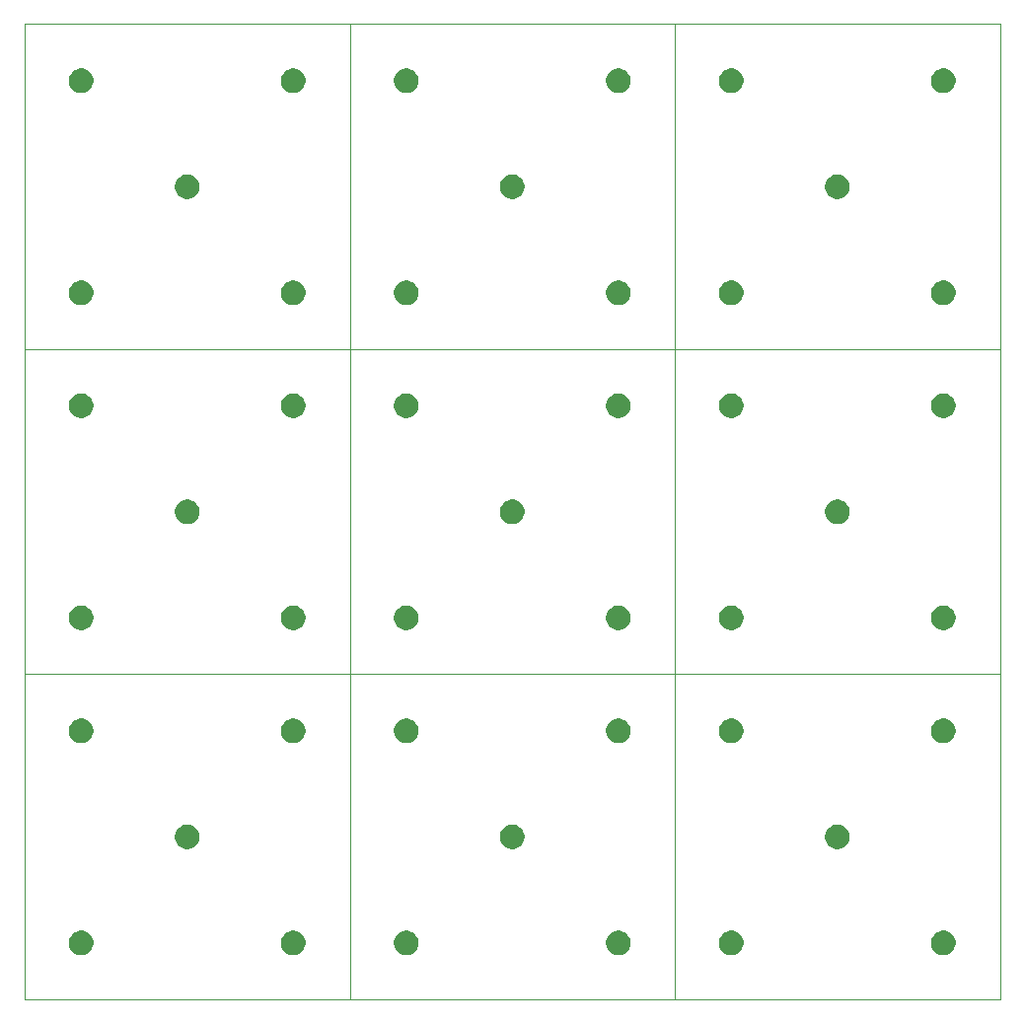
<source format=gbr>
G04 #@! TF.GenerationSoftware,KiCad,Pcbnew,5.1.5+dfsg1-2build2*
G04 #@! TF.CreationDate,2022-03-05T22:13:21-05:00*
G04 #@! TF.ProjectId,,58585858-5858-4585-9858-585858585858,rev?*
G04 #@! TF.SameCoordinates,Original*
G04 #@! TF.FileFunction,Soldermask,Bot*
G04 #@! TF.FilePolarity,Negative*
%FSLAX46Y46*%
G04 Gerber Fmt 4.6, Leading zero omitted, Abs format (unit mm)*
G04 Created by KiCad (PCBNEW 5.1.5+dfsg1-2build2) date 2022-03-05 22:13:21*
%MOMM*%
%LPD*%
G04 APERTURE LIST*
%ADD10C,0.050000*%
%ADD11C,0.100000*%
G04 APERTURE END LIST*
D10*
X150427800Y-108121560D02*
X150427800Y-136021560D01*
X122527800Y-108121560D02*
X122527800Y-136021560D01*
X94627800Y-108121560D02*
X94627800Y-136021560D01*
X150427800Y-80221560D02*
X150427800Y-108121560D01*
X122527800Y-80221560D02*
X122527800Y-108121560D01*
X94627800Y-80221560D02*
X94627800Y-108121560D01*
X150427800Y-52321560D02*
X150427800Y-80221560D01*
X122527800Y-52321560D02*
X122527800Y-80221560D01*
X150427800Y-136021560D02*
X178327800Y-136021560D01*
X122527800Y-136021560D02*
X150427800Y-136021560D01*
X94627800Y-136021560D02*
X122527800Y-136021560D01*
X150427800Y-108121560D02*
X178327800Y-108121560D01*
X122527800Y-108121560D02*
X150427800Y-108121560D01*
X94627800Y-108121560D02*
X122527800Y-108121560D01*
X150427800Y-80221560D02*
X178327800Y-80221560D01*
X122527800Y-80221560D02*
X150427800Y-80221560D01*
X178327800Y-108121560D02*
X178327800Y-136021560D01*
X150427800Y-108121560D02*
X150427800Y-136021560D01*
X122527800Y-108121560D02*
X122527800Y-136021560D01*
X178327800Y-80221560D02*
X178327800Y-108121560D01*
X150427800Y-80221560D02*
X150427800Y-108121560D01*
X122527800Y-80221560D02*
X122527800Y-108121560D01*
X178327800Y-52321560D02*
X178327800Y-80221560D01*
X150427800Y-52321560D02*
X150427800Y-80221560D01*
X150427800Y-108121560D02*
X178327800Y-108121560D01*
X122527800Y-108121560D02*
X150427800Y-108121560D01*
X94627800Y-108121560D02*
X122527800Y-108121560D01*
X150427800Y-80221560D02*
X178327800Y-80221560D01*
X122527800Y-80221560D02*
X150427800Y-80221560D01*
X94627800Y-80221560D02*
X122527800Y-80221560D01*
X150427800Y-52321560D02*
X178327800Y-52321560D01*
X122527800Y-52321560D02*
X150427800Y-52321560D01*
X94627800Y-80221560D02*
X122527800Y-80221560D01*
X122527800Y-52321560D02*
X122527800Y-80221560D01*
X94627800Y-52321560D02*
X122527800Y-52321560D01*
X94627800Y-52321560D02*
X94627800Y-80221560D01*
D11*
G36*
X145884216Y-130161439D02*
G01*
X146075392Y-130240627D01*
X146075394Y-130240628D01*
X146247448Y-130355591D01*
X146393769Y-130501912D01*
X146508733Y-130673968D01*
X146587921Y-130865144D01*
X146628290Y-131068094D01*
X146628290Y-131275026D01*
X146587921Y-131477976D01*
X146508733Y-131669152D01*
X146508732Y-131669154D01*
X146393769Y-131841208D01*
X146247448Y-131987529D01*
X146075394Y-132102492D01*
X146075393Y-132102493D01*
X146075392Y-132102493D01*
X145884216Y-132181681D01*
X145681266Y-132222050D01*
X145474334Y-132222050D01*
X145271384Y-132181681D01*
X145080208Y-132102493D01*
X145080207Y-132102493D01*
X145080206Y-132102492D01*
X144908152Y-131987529D01*
X144761831Y-131841208D01*
X144646868Y-131669154D01*
X144646867Y-131669152D01*
X144567679Y-131477976D01*
X144527310Y-131275026D01*
X144527310Y-131068094D01*
X144567679Y-130865144D01*
X144646867Y-130673968D01*
X144761831Y-130501912D01*
X144908152Y-130355591D01*
X145080206Y-130240628D01*
X145080208Y-130240627D01*
X145271384Y-130161439D01*
X145474334Y-130121070D01*
X145681266Y-130121070D01*
X145884216Y-130161439D01*
G37*
G36*
X155584216Y-130161439D02*
G01*
X155775392Y-130240627D01*
X155775394Y-130240628D01*
X155947448Y-130355591D01*
X156093769Y-130501912D01*
X156208733Y-130673968D01*
X156287921Y-130865144D01*
X156328290Y-131068094D01*
X156328290Y-131275026D01*
X156287921Y-131477976D01*
X156208733Y-131669152D01*
X156208732Y-131669154D01*
X156093769Y-131841208D01*
X155947448Y-131987529D01*
X155775394Y-132102492D01*
X155775393Y-132102493D01*
X155775392Y-132102493D01*
X155584216Y-132181681D01*
X155381266Y-132222050D01*
X155174334Y-132222050D01*
X154971384Y-132181681D01*
X154780208Y-132102493D01*
X154780207Y-132102493D01*
X154780206Y-132102492D01*
X154608152Y-131987529D01*
X154461831Y-131841208D01*
X154346868Y-131669154D01*
X154346867Y-131669152D01*
X154267679Y-131477976D01*
X154227310Y-131275026D01*
X154227310Y-131068094D01*
X154267679Y-130865144D01*
X154346867Y-130673968D01*
X154461831Y-130501912D01*
X154608152Y-130355591D01*
X154780206Y-130240628D01*
X154780208Y-130240627D01*
X154971384Y-130161439D01*
X155174334Y-130121070D01*
X155381266Y-130121070D01*
X155584216Y-130161439D01*
G37*
G36*
X173784216Y-130161439D02*
G01*
X173975392Y-130240627D01*
X173975394Y-130240628D01*
X174147448Y-130355591D01*
X174293769Y-130501912D01*
X174408733Y-130673968D01*
X174487921Y-130865144D01*
X174528290Y-131068094D01*
X174528290Y-131275026D01*
X174487921Y-131477976D01*
X174408733Y-131669152D01*
X174408732Y-131669154D01*
X174293769Y-131841208D01*
X174147448Y-131987529D01*
X173975394Y-132102492D01*
X173975393Y-132102493D01*
X173975392Y-132102493D01*
X173784216Y-132181681D01*
X173581266Y-132222050D01*
X173374334Y-132222050D01*
X173171384Y-132181681D01*
X172980208Y-132102493D01*
X172980207Y-132102493D01*
X172980206Y-132102492D01*
X172808152Y-131987529D01*
X172661831Y-131841208D01*
X172546868Y-131669154D01*
X172546867Y-131669152D01*
X172467679Y-131477976D01*
X172427310Y-131275026D01*
X172427310Y-131068094D01*
X172467679Y-130865144D01*
X172546867Y-130673968D01*
X172661831Y-130501912D01*
X172808152Y-130355591D01*
X172980206Y-130240628D01*
X172980208Y-130240627D01*
X173171384Y-130161439D01*
X173374334Y-130121070D01*
X173581266Y-130121070D01*
X173784216Y-130161439D01*
G37*
G36*
X99784216Y-130161439D02*
G01*
X99975392Y-130240627D01*
X99975394Y-130240628D01*
X100147448Y-130355591D01*
X100293769Y-130501912D01*
X100408733Y-130673968D01*
X100487921Y-130865144D01*
X100528290Y-131068094D01*
X100528290Y-131275026D01*
X100487921Y-131477976D01*
X100408733Y-131669152D01*
X100408732Y-131669154D01*
X100293769Y-131841208D01*
X100147448Y-131987529D01*
X99975394Y-132102492D01*
X99975393Y-132102493D01*
X99975392Y-132102493D01*
X99784216Y-132181681D01*
X99581266Y-132222050D01*
X99374334Y-132222050D01*
X99171384Y-132181681D01*
X98980208Y-132102493D01*
X98980207Y-132102493D01*
X98980206Y-132102492D01*
X98808152Y-131987529D01*
X98661831Y-131841208D01*
X98546868Y-131669154D01*
X98546867Y-131669152D01*
X98467679Y-131477976D01*
X98427310Y-131275026D01*
X98427310Y-131068094D01*
X98467679Y-130865144D01*
X98546867Y-130673968D01*
X98661831Y-130501912D01*
X98808152Y-130355591D01*
X98980206Y-130240628D01*
X98980208Y-130240627D01*
X99171384Y-130161439D01*
X99374334Y-130121070D01*
X99581266Y-130121070D01*
X99784216Y-130161439D01*
G37*
G36*
X127684216Y-130161439D02*
G01*
X127875392Y-130240627D01*
X127875394Y-130240628D01*
X128047448Y-130355591D01*
X128193769Y-130501912D01*
X128308733Y-130673968D01*
X128387921Y-130865144D01*
X128428290Y-131068094D01*
X128428290Y-131275026D01*
X128387921Y-131477976D01*
X128308733Y-131669152D01*
X128308732Y-131669154D01*
X128193769Y-131841208D01*
X128047448Y-131987529D01*
X127875394Y-132102492D01*
X127875393Y-132102493D01*
X127875392Y-132102493D01*
X127684216Y-132181681D01*
X127481266Y-132222050D01*
X127274334Y-132222050D01*
X127071384Y-132181681D01*
X126880208Y-132102493D01*
X126880207Y-132102493D01*
X126880206Y-132102492D01*
X126708152Y-131987529D01*
X126561831Y-131841208D01*
X126446868Y-131669154D01*
X126446867Y-131669152D01*
X126367679Y-131477976D01*
X126327310Y-131275026D01*
X126327310Y-131068094D01*
X126367679Y-130865144D01*
X126446867Y-130673968D01*
X126561831Y-130501912D01*
X126708152Y-130355591D01*
X126880206Y-130240628D01*
X126880208Y-130240627D01*
X127071384Y-130161439D01*
X127274334Y-130121070D01*
X127481266Y-130121070D01*
X127684216Y-130161439D01*
G37*
G36*
X117984216Y-130161439D02*
G01*
X118175392Y-130240627D01*
X118175394Y-130240628D01*
X118347448Y-130355591D01*
X118493769Y-130501912D01*
X118608733Y-130673968D01*
X118687921Y-130865144D01*
X118728290Y-131068094D01*
X118728290Y-131275026D01*
X118687921Y-131477976D01*
X118608733Y-131669152D01*
X118608732Y-131669154D01*
X118493769Y-131841208D01*
X118347448Y-131987529D01*
X118175394Y-132102492D01*
X118175393Y-132102493D01*
X118175392Y-132102493D01*
X117984216Y-132181681D01*
X117781266Y-132222050D01*
X117574334Y-132222050D01*
X117371384Y-132181681D01*
X117180208Y-132102493D01*
X117180207Y-132102493D01*
X117180206Y-132102492D01*
X117008152Y-131987529D01*
X116861831Y-131841208D01*
X116746868Y-131669154D01*
X116746867Y-131669152D01*
X116667679Y-131477976D01*
X116627310Y-131275026D01*
X116627310Y-131068094D01*
X116667679Y-130865144D01*
X116746867Y-130673968D01*
X116861831Y-130501912D01*
X117008152Y-130355591D01*
X117180206Y-130240628D01*
X117180208Y-130240627D01*
X117371384Y-130161439D01*
X117574334Y-130121070D01*
X117781266Y-130121070D01*
X117984216Y-130161439D01*
G37*
G36*
X164684216Y-121061439D02*
G01*
X164875392Y-121140627D01*
X164875394Y-121140628D01*
X165047448Y-121255591D01*
X165193769Y-121401912D01*
X165308733Y-121573968D01*
X165387921Y-121765144D01*
X165428290Y-121968094D01*
X165428290Y-122175026D01*
X165387921Y-122377976D01*
X165308733Y-122569152D01*
X165308732Y-122569154D01*
X165193769Y-122741208D01*
X165047448Y-122887529D01*
X164875394Y-123002492D01*
X164875393Y-123002493D01*
X164875392Y-123002493D01*
X164684216Y-123081681D01*
X164481266Y-123122050D01*
X164274334Y-123122050D01*
X164071384Y-123081681D01*
X163880208Y-123002493D01*
X163880207Y-123002493D01*
X163880206Y-123002492D01*
X163708152Y-122887529D01*
X163561831Y-122741208D01*
X163446868Y-122569154D01*
X163446867Y-122569152D01*
X163367679Y-122377976D01*
X163327310Y-122175026D01*
X163327310Y-121968094D01*
X163367679Y-121765144D01*
X163446867Y-121573968D01*
X163561831Y-121401912D01*
X163708152Y-121255591D01*
X163880206Y-121140628D01*
X163880208Y-121140627D01*
X164071384Y-121061439D01*
X164274334Y-121021070D01*
X164481266Y-121021070D01*
X164684216Y-121061439D01*
G37*
G36*
X108884216Y-121061439D02*
G01*
X109075392Y-121140627D01*
X109075394Y-121140628D01*
X109247448Y-121255591D01*
X109393769Y-121401912D01*
X109508733Y-121573968D01*
X109587921Y-121765144D01*
X109628290Y-121968094D01*
X109628290Y-122175026D01*
X109587921Y-122377976D01*
X109508733Y-122569152D01*
X109508732Y-122569154D01*
X109393769Y-122741208D01*
X109247448Y-122887529D01*
X109075394Y-123002492D01*
X109075393Y-123002493D01*
X109075392Y-123002493D01*
X108884216Y-123081681D01*
X108681266Y-123122050D01*
X108474334Y-123122050D01*
X108271384Y-123081681D01*
X108080208Y-123002493D01*
X108080207Y-123002493D01*
X108080206Y-123002492D01*
X107908152Y-122887529D01*
X107761831Y-122741208D01*
X107646868Y-122569154D01*
X107646867Y-122569152D01*
X107567679Y-122377976D01*
X107527310Y-122175026D01*
X107527310Y-121968094D01*
X107567679Y-121765144D01*
X107646867Y-121573968D01*
X107761831Y-121401912D01*
X107908152Y-121255591D01*
X108080206Y-121140628D01*
X108080208Y-121140627D01*
X108271384Y-121061439D01*
X108474334Y-121021070D01*
X108681266Y-121021070D01*
X108884216Y-121061439D01*
G37*
G36*
X136784216Y-121061439D02*
G01*
X136975392Y-121140627D01*
X136975394Y-121140628D01*
X137147448Y-121255591D01*
X137293769Y-121401912D01*
X137408733Y-121573968D01*
X137487921Y-121765144D01*
X137528290Y-121968094D01*
X137528290Y-122175026D01*
X137487921Y-122377976D01*
X137408733Y-122569152D01*
X137408732Y-122569154D01*
X137293769Y-122741208D01*
X137147448Y-122887529D01*
X136975394Y-123002492D01*
X136975393Y-123002493D01*
X136975392Y-123002493D01*
X136784216Y-123081681D01*
X136581266Y-123122050D01*
X136374334Y-123122050D01*
X136171384Y-123081681D01*
X135980208Y-123002493D01*
X135980207Y-123002493D01*
X135980206Y-123002492D01*
X135808152Y-122887529D01*
X135661831Y-122741208D01*
X135546868Y-122569154D01*
X135546867Y-122569152D01*
X135467679Y-122377976D01*
X135427310Y-122175026D01*
X135427310Y-121968094D01*
X135467679Y-121765144D01*
X135546867Y-121573968D01*
X135661831Y-121401912D01*
X135808152Y-121255591D01*
X135980206Y-121140628D01*
X135980208Y-121140627D01*
X136171384Y-121061439D01*
X136374334Y-121021070D01*
X136581266Y-121021070D01*
X136784216Y-121061439D01*
G37*
G36*
X173784216Y-111961439D02*
G01*
X173975392Y-112040627D01*
X173975394Y-112040628D01*
X174147448Y-112155591D01*
X174293769Y-112301912D01*
X174408733Y-112473968D01*
X174487921Y-112665144D01*
X174528290Y-112868094D01*
X174528290Y-113075026D01*
X174487921Y-113277976D01*
X174408733Y-113469152D01*
X174408732Y-113469154D01*
X174293769Y-113641208D01*
X174147448Y-113787529D01*
X173975394Y-113902492D01*
X173975393Y-113902493D01*
X173975392Y-113902493D01*
X173784216Y-113981681D01*
X173581266Y-114022050D01*
X173374334Y-114022050D01*
X173171384Y-113981681D01*
X172980208Y-113902493D01*
X172980207Y-113902493D01*
X172980206Y-113902492D01*
X172808152Y-113787529D01*
X172661831Y-113641208D01*
X172546868Y-113469154D01*
X172546867Y-113469152D01*
X172467679Y-113277976D01*
X172427310Y-113075026D01*
X172427310Y-112868094D01*
X172467679Y-112665144D01*
X172546867Y-112473968D01*
X172661831Y-112301912D01*
X172808152Y-112155591D01*
X172980206Y-112040628D01*
X172980208Y-112040627D01*
X173171384Y-111961439D01*
X173374334Y-111921070D01*
X173581266Y-111921070D01*
X173784216Y-111961439D01*
G37*
G36*
X155584216Y-111961439D02*
G01*
X155775392Y-112040627D01*
X155775394Y-112040628D01*
X155947448Y-112155591D01*
X156093769Y-112301912D01*
X156208733Y-112473968D01*
X156287921Y-112665144D01*
X156328290Y-112868094D01*
X156328290Y-113075026D01*
X156287921Y-113277976D01*
X156208733Y-113469152D01*
X156208732Y-113469154D01*
X156093769Y-113641208D01*
X155947448Y-113787529D01*
X155775394Y-113902492D01*
X155775393Y-113902493D01*
X155775392Y-113902493D01*
X155584216Y-113981681D01*
X155381266Y-114022050D01*
X155174334Y-114022050D01*
X154971384Y-113981681D01*
X154780208Y-113902493D01*
X154780207Y-113902493D01*
X154780206Y-113902492D01*
X154608152Y-113787529D01*
X154461831Y-113641208D01*
X154346868Y-113469154D01*
X154346867Y-113469152D01*
X154267679Y-113277976D01*
X154227310Y-113075026D01*
X154227310Y-112868094D01*
X154267679Y-112665144D01*
X154346867Y-112473968D01*
X154461831Y-112301912D01*
X154608152Y-112155591D01*
X154780206Y-112040628D01*
X154780208Y-112040627D01*
X154971384Y-111961439D01*
X155174334Y-111921070D01*
X155381266Y-111921070D01*
X155584216Y-111961439D01*
G37*
G36*
X145884216Y-111961439D02*
G01*
X146075392Y-112040627D01*
X146075394Y-112040628D01*
X146247448Y-112155591D01*
X146393769Y-112301912D01*
X146508733Y-112473968D01*
X146587921Y-112665144D01*
X146628290Y-112868094D01*
X146628290Y-113075026D01*
X146587921Y-113277976D01*
X146508733Y-113469152D01*
X146508732Y-113469154D01*
X146393769Y-113641208D01*
X146247448Y-113787529D01*
X146075394Y-113902492D01*
X146075393Y-113902493D01*
X146075392Y-113902493D01*
X145884216Y-113981681D01*
X145681266Y-114022050D01*
X145474334Y-114022050D01*
X145271384Y-113981681D01*
X145080208Y-113902493D01*
X145080207Y-113902493D01*
X145080206Y-113902492D01*
X144908152Y-113787529D01*
X144761831Y-113641208D01*
X144646868Y-113469154D01*
X144646867Y-113469152D01*
X144567679Y-113277976D01*
X144527310Y-113075026D01*
X144527310Y-112868094D01*
X144567679Y-112665144D01*
X144646867Y-112473968D01*
X144761831Y-112301912D01*
X144908152Y-112155591D01*
X145080206Y-112040628D01*
X145080208Y-112040627D01*
X145271384Y-111961439D01*
X145474334Y-111921070D01*
X145681266Y-111921070D01*
X145884216Y-111961439D01*
G37*
G36*
X117984216Y-111961439D02*
G01*
X118175392Y-112040627D01*
X118175394Y-112040628D01*
X118347448Y-112155591D01*
X118493769Y-112301912D01*
X118608733Y-112473968D01*
X118687921Y-112665144D01*
X118728290Y-112868094D01*
X118728290Y-113075026D01*
X118687921Y-113277976D01*
X118608733Y-113469152D01*
X118608732Y-113469154D01*
X118493769Y-113641208D01*
X118347448Y-113787529D01*
X118175394Y-113902492D01*
X118175393Y-113902493D01*
X118175392Y-113902493D01*
X117984216Y-113981681D01*
X117781266Y-114022050D01*
X117574334Y-114022050D01*
X117371384Y-113981681D01*
X117180208Y-113902493D01*
X117180207Y-113902493D01*
X117180206Y-113902492D01*
X117008152Y-113787529D01*
X116861831Y-113641208D01*
X116746868Y-113469154D01*
X116746867Y-113469152D01*
X116667679Y-113277976D01*
X116627310Y-113075026D01*
X116627310Y-112868094D01*
X116667679Y-112665144D01*
X116746867Y-112473968D01*
X116861831Y-112301912D01*
X117008152Y-112155591D01*
X117180206Y-112040628D01*
X117180208Y-112040627D01*
X117371384Y-111961439D01*
X117574334Y-111921070D01*
X117781266Y-111921070D01*
X117984216Y-111961439D01*
G37*
G36*
X127684216Y-111961439D02*
G01*
X127875392Y-112040627D01*
X127875394Y-112040628D01*
X128047448Y-112155591D01*
X128193769Y-112301912D01*
X128308733Y-112473968D01*
X128387921Y-112665144D01*
X128428290Y-112868094D01*
X128428290Y-113075026D01*
X128387921Y-113277976D01*
X128308733Y-113469152D01*
X128308732Y-113469154D01*
X128193769Y-113641208D01*
X128047448Y-113787529D01*
X127875394Y-113902492D01*
X127875393Y-113902493D01*
X127875392Y-113902493D01*
X127684216Y-113981681D01*
X127481266Y-114022050D01*
X127274334Y-114022050D01*
X127071384Y-113981681D01*
X126880208Y-113902493D01*
X126880207Y-113902493D01*
X126880206Y-113902492D01*
X126708152Y-113787529D01*
X126561831Y-113641208D01*
X126446868Y-113469154D01*
X126446867Y-113469152D01*
X126367679Y-113277976D01*
X126327310Y-113075026D01*
X126327310Y-112868094D01*
X126367679Y-112665144D01*
X126446867Y-112473968D01*
X126561831Y-112301912D01*
X126708152Y-112155591D01*
X126880206Y-112040628D01*
X126880208Y-112040627D01*
X127071384Y-111961439D01*
X127274334Y-111921070D01*
X127481266Y-111921070D01*
X127684216Y-111961439D01*
G37*
G36*
X99784216Y-111961439D02*
G01*
X99975392Y-112040627D01*
X99975394Y-112040628D01*
X100147448Y-112155591D01*
X100293769Y-112301912D01*
X100408733Y-112473968D01*
X100487921Y-112665144D01*
X100528290Y-112868094D01*
X100528290Y-113075026D01*
X100487921Y-113277976D01*
X100408733Y-113469152D01*
X100408732Y-113469154D01*
X100293769Y-113641208D01*
X100147448Y-113787529D01*
X99975394Y-113902492D01*
X99975393Y-113902493D01*
X99975392Y-113902493D01*
X99784216Y-113981681D01*
X99581266Y-114022050D01*
X99374334Y-114022050D01*
X99171384Y-113981681D01*
X98980208Y-113902493D01*
X98980207Y-113902493D01*
X98980206Y-113902492D01*
X98808152Y-113787529D01*
X98661831Y-113641208D01*
X98546868Y-113469154D01*
X98546867Y-113469152D01*
X98467679Y-113277976D01*
X98427310Y-113075026D01*
X98427310Y-112868094D01*
X98467679Y-112665144D01*
X98546867Y-112473968D01*
X98661831Y-112301912D01*
X98808152Y-112155591D01*
X98980206Y-112040628D01*
X98980208Y-112040627D01*
X99171384Y-111961439D01*
X99374334Y-111921070D01*
X99581266Y-111921070D01*
X99784216Y-111961439D01*
G37*
G36*
X155584216Y-102261439D02*
G01*
X155775392Y-102340627D01*
X155775394Y-102340628D01*
X155947448Y-102455591D01*
X156093769Y-102601912D01*
X156208733Y-102773968D01*
X156287921Y-102965144D01*
X156328290Y-103168094D01*
X156328290Y-103375026D01*
X156287921Y-103577976D01*
X156208733Y-103769152D01*
X156208732Y-103769154D01*
X156093769Y-103941208D01*
X155947448Y-104087529D01*
X155775394Y-104202492D01*
X155775393Y-104202493D01*
X155775392Y-104202493D01*
X155584216Y-104281681D01*
X155381266Y-104322050D01*
X155174334Y-104322050D01*
X154971384Y-104281681D01*
X154780208Y-104202493D01*
X154780207Y-104202493D01*
X154780206Y-104202492D01*
X154608152Y-104087529D01*
X154461831Y-103941208D01*
X154346868Y-103769154D01*
X154346867Y-103769152D01*
X154267679Y-103577976D01*
X154227310Y-103375026D01*
X154227310Y-103168094D01*
X154267679Y-102965144D01*
X154346867Y-102773968D01*
X154461831Y-102601912D01*
X154608152Y-102455591D01*
X154780206Y-102340628D01*
X154780208Y-102340627D01*
X154971384Y-102261439D01*
X155174334Y-102221070D01*
X155381266Y-102221070D01*
X155584216Y-102261439D01*
G37*
G36*
X173784216Y-102261439D02*
G01*
X173975392Y-102340627D01*
X173975394Y-102340628D01*
X174147448Y-102455591D01*
X174293769Y-102601912D01*
X174408733Y-102773968D01*
X174487921Y-102965144D01*
X174528290Y-103168094D01*
X174528290Y-103375026D01*
X174487921Y-103577976D01*
X174408733Y-103769152D01*
X174408732Y-103769154D01*
X174293769Y-103941208D01*
X174147448Y-104087529D01*
X173975394Y-104202492D01*
X173975393Y-104202493D01*
X173975392Y-104202493D01*
X173784216Y-104281681D01*
X173581266Y-104322050D01*
X173374334Y-104322050D01*
X173171384Y-104281681D01*
X172980208Y-104202493D01*
X172980207Y-104202493D01*
X172980206Y-104202492D01*
X172808152Y-104087529D01*
X172661831Y-103941208D01*
X172546868Y-103769154D01*
X172546867Y-103769152D01*
X172467679Y-103577976D01*
X172427310Y-103375026D01*
X172427310Y-103168094D01*
X172467679Y-102965144D01*
X172546867Y-102773968D01*
X172661831Y-102601912D01*
X172808152Y-102455591D01*
X172980206Y-102340628D01*
X172980208Y-102340627D01*
X173171384Y-102261439D01*
X173374334Y-102221070D01*
X173581266Y-102221070D01*
X173784216Y-102261439D01*
G37*
G36*
X145884216Y-102261439D02*
G01*
X146075392Y-102340627D01*
X146075394Y-102340628D01*
X146247448Y-102455591D01*
X146393769Y-102601912D01*
X146508733Y-102773968D01*
X146587921Y-102965144D01*
X146628290Y-103168094D01*
X146628290Y-103375026D01*
X146587921Y-103577976D01*
X146508733Y-103769152D01*
X146508732Y-103769154D01*
X146393769Y-103941208D01*
X146247448Y-104087529D01*
X146075394Y-104202492D01*
X146075393Y-104202493D01*
X146075392Y-104202493D01*
X145884216Y-104281681D01*
X145681266Y-104322050D01*
X145474334Y-104322050D01*
X145271384Y-104281681D01*
X145080208Y-104202493D01*
X145080207Y-104202493D01*
X145080206Y-104202492D01*
X144908152Y-104087529D01*
X144761831Y-103941208D01*
X144646868Y-103769154D01*
X144646867Y-103769152D01*
X144567679Y-103577976D01*
X144527310Y-103375026D01*
X144527310Y-103168094D01*
X144567679Y-102965144D01*
X144646867Y-102773968D01*
X144761831Y-102601912D01*
X144908152Y-102455591D01*
X145080206Y-102340628D01*
X145080208Y-102340627D01*
X145271384Y-102261439D01*
X145474334Y-102221070D01*
X145681266Y-102221070D01*
X145884216Y-102261439D01*
G37*
G36*
X127684216Y-102261439D02*
G01*
X127875392Y-102340627D01*
X127875394Y-102340628D01*
X128047448Y-102455591D01*
X128193769Y-102601912D01*
X128308733Y-102773968D01*
X128387921Y-102965144D01*
X128428290Y-103168094D01*
X128428290Y-103375026D01*
X128387921Y-103577976D01*
X128308733Y-103769152D01*
X128308732Y-103769154D01*
X128193769Y-103941208D01*
X128047448Y-104087529D01*
X127875394Y-104202492D01*
X127875393Y-104202493D01*
X127875392Y-104202493D01*
X127684216Y-104281681D01*
X127481266Y-104322050D01*
X127274334Y-104322050D01*
X127071384Y-104281681D01*
X126880208Y-104202493D01*
X126880207Y-104202493D01*
X126880206Y-104202492D01*
X126708152Y-104087529D01*
X126561831Y-103941208D01*
X126446868Y-103769154D01*
X126446867Y-103769152D01*
X126367679Y-103577976D01*
X126327310Y-103375026D01*
X126327310Y-103168094D01*
X126367679Y-102965144D01*
X126446867Y-102773968D01*
X126561831Y-102601912D01*
X126708152Y-102455591D01*
X126880206Y-102340628D01*
X126880208Y-102340627D01*
X127071384Y-102261439D01*
X127274334Y-102221070D01*
X127481266Y-102221070D01*
X127684216Y-102261439D01*
G37*
G36*
X99784216Y-102261439D02*
G01*
X99975392Y-102340627D01*
X99975394Y-102340628D01*
X100147448Y-102455591D01*
X100293769Y-102601912D01*
X100408733Y-102773968D01*
X100487921Y-102965144D01*
X100528290Y-103168094D01*
X100528290Y-103375026D01*
X100487921Y-103577976D01*
X100408733Y-103769152D01*
X100408732Y-103769154D01*
X100293769Y-103941208D01*
X100147448Y-104087529D01*
X99975394Y-104202492D01*
X99975393Y-104202493D01*
X99975392Y-104202493D01*
X99784216Y-104281681D01*
X99581266Y-104322050D01*
X99374334Y-104322050D01*
X99171384Y-104281681D01*
X98980208Y-104202493D01*
X98980207Y-104202493D01*
X98980206Y-104202492D01*
X98808152Y-104087529D01*
X98661831Y-103941208D01*
X98546868Y-103769154D01*
X98546867Y-103769152D01*
X98467679Y-103577976D01*
X98427310Y-103375026D01*
X98427310Y-103168094D01*
X98467679Y-102965144D01*
X98546867Y-102773968D01*
X98661831Y-102601912D01*
X98808152Y-102455591D01*
X98980206Y-102340628D01*
X98980208Y-102340627D01*
X99171384Y-102261439D01*
X99374334Y-102221070D01*
X99581266Y-102221070D01*
X99784216Y-102261439D01*
G37*
G36*
X117984216Y-102261439D02*
G01*
X118175392Y-102340627D01*
X118175394Y-102340628D01*
X118347448Y-102455591D01*
X118493769Y-102601912D01*
X118608733Y-102773968D01*
X118687921Y-102965144D01*
X118728290Y-103168094D01*
X118728290Y-103375026D01*
X118687921Y-103577976D01*
X118608733Y-103769152D01*
X118608732Y-103769154D01*
X118493769Y-103941208D01*
X118347448Y-104087529D01*
X118175394Y-104202492D01*
X118175393Y-104202493D01*
X118175392Y-104202493D01*
X117984216Y-104281681D01*
X117781266Y-104322050D01*
X117574334Y-104322050D01*
X117371384Y-104281681D01*
X117180208Y-104202493D01*
X117180207Y-104202493D01*
X117180206Y-104202492D01*
X117008152Y-104087529D01*
X116861831Y-103941208D01*
X116746868Y-103769154D01*
X116746867Y-103769152D01*
X116667679Y-103577976D01*
X116627310Y-103375026D01*
X116627310Y-103168094D01*
X116667679Y-102965144D01*
X116746867Y-102773968D01*
X116861831Y-102601912D01*
X117008152Y-102455591D01*
X117180206Y-102340628D01*
X117180208Y-102340627D01*
X117371384Y-102261439D01*
X117574334Y-102221070D01*
X117781266Y-102221070D01*
X117984216Y-102261439D01*
G37*
G36*
X136784216Y-93161439D02*
G01*
X136975392Y-93240627D01*
X136975394Y-93240628D01*
X137147448Y-93355591D01*
X137293769Y-93501912D01*
X137408733Y-93673968D01*
X137487921Y-93865144D01*
X137528290Y-94068094D01*
X137528290Y-94275026D01*
X137487921Y-94477976D01*
X137408733Y-94669152D01*
X137408732Y-94669154D01*
X137293769Y-94841208D01*
X137147448Y-94987529D01*
X136975394Y-95102492D01*
X136975393Y-95102493D01*
X136975392Y-95102493D01*
X136784216Y-95181681D01*
X136581266Y-95222050D01*
X136374334Y-95222050D01*
X136171384Y-95181681D01*
X135980208Y-95102493D01*
X135980207Y-95102493D01*
X135980206Y-95102492D01*
X135808152Y-94987529D01*
X135661831Y-94841208D01*
X135546868Y-94669154D01*
X135546867Y-94669152D01*
X135467679Y-94477976D01*
X135427310Y-94275026D01*
X135427310Y-94068094D01*
X135467679Y-93865144D01*
X135546867Y-93673968D01*
X135661831Y-93501912D01*
X135808152Y-93355591D01*
X135980206Y-93240628D01*
X135980208Y-93240627D01*
X136171384Y-93161439D01*
X136374334Y-93121070D01*
X136581266Y-93121070D01*
X136784216Y-93161439D01*
G37*
G36*
X108884216Y-93161439D02*
G01*
X109075392Y-93240627D01*
X109075394Y-93240628D01*
X109247448Y-93355591D01*
X109393769Y-93501912D01*
X109508733Y-93673968D01*
X109587921Y-93865144D01*
X109628290Y-94068094D01*
X109628290Y-94275026D01*
X109587921Y-94477976D01*
X109508733Y-94669152D01*
X109508732Y-94669154D01*
X109393769Y-94841208D01*
X109247448Y-94987529D01*
X109075394Y-95102492D01*
X109075393Y-95102493D01*
X109075392Y-95102493D01*
X108884216Y-95181681D01*
X108681266Y-95222050D01*
X108474334Y-95222050D01*
X108271384Y-95181681D01*
X108080208Y-95102493D01*
X108080207Y-95102493D01*
X108080206Y-95102492D01*
X107908152Y-94987529D01*
X107761831Y-94841208D01*
X107646868Y-94669154D01*
X107646867Y-94669152D01*
X107567679Y-94477976D01*
X107527310Y-94275026D01*
X107527310Y-94068094D01*
X107567679Y-93865144D01*
X107646867Y-93673968D01*
X107761831Y-93501912D01*
X107908152Y-93355591D01*
X108080206Y-93240628D01*
X108080208Y-93240627D01*
X108271384Y-93161439D01*
X108474334Y-93121070D01*
X108681266Y-93121070D01*
X108884216Y-93161439D01*
G37*
G36*
X164684216Y-93161439D02*
G01*
X164875392Y-93240627D01*
X164875394Y-93240628D01*
X165047448Y-93355591D01*
X165193769Y-93501912D01*
X165308733Y-93673968D01*
X165387921Y-93865144D01*
X165428290Y-94068094D01*
X165428290Y-94275026D01*
X165387921Y-94477976D01*
X165308733Y-94669152D01*
X165308732Y-94669154D01*
X165193769Y-94841208D01*
X165047448Y-94987529D01*
X164875394Y-95102492D01*
X164875393Y-95102493D01*
X164875392Y-95102493D01*
X164684216Y-95181681D01*
X164481266Y-95222050D01*
X164274334Y-95222050D01*
X164071384Y-95181681D01*
X163880208Y-95102493D01*
X163880207Y-95102493D01*
X163880206Y-95102492D01*
X163708152Y-94987529D01*
X163561831Y-94841208D01*
X163446868Y-94669154D01*
X163446867Y-94669152D01*
X163367679Y-94477976D01*
X163327310Y-94275026D01*
X163327310Y-94068094D01*
X163367679Y-93865144D01*
X163446867Y-93673968D01*
X163561831Y-93501912D01*
X163708152Y-93355591D01*
X163880206Y-93240628D01*
X163880208Y-93240627D01*
X164071384Y-93161439D01*
X164274334Y-93121070D01*
X164481266Y-93121070D01*
X164684216Y-93161439D01*
G37*
G36*
X127684216Y-84061439D02*
G01*
X127875392Y-84140627D01*
X127875394Y-84140628D01*
X128047448Y-84255591D01*
X128193769Y-84401912D01*
X128308733Y-84573968D01*
X128387921Y-84765144D01*
X128428290Y-84968094D01*
X128428290Y-85175026D01*
X128387921Y-85377976D01*
X128308733Y-85569152D01*
X128308732Y-85569154D01*
X128193769Y-85741208D01*
X128047448Y-85887529D01*
X127875394Y-86002492D01*
X127875393Y-86002493D01*
X127875392Y-86002493D01*
X127684216Y-86081681D01*
X127481266Y-86122050D01*
X127274334Y-86122050D01*
X127071384Y-86081681D01*
X126880208Y-86002493D01*
X126880207Y-86002493D01*
X126880206Y-86002492D01*
X126708152Y-85887529D01*
X126561831Y-85741208D01*
X126446868Y-85569154D01*
X126446867Y-85569152D01*
X126367679Y-85377976D01*
X126327310Y-85175026D01*
X126327310Y-84968094D01*
X126367679Y-84765144D01*
X126446867Y-84573968D01*
X126561831Y-84401912D01*
X126708152Y-84255591D01*
X126880206Y-84140628D01*
X126880208Y-84140627D01*
X127071384Y-84061439D01*
X127274334Y-84021070D01*
X127481266Y-84021070D01*
X127684216Y-84061439D01*
G37*
G36*
X173784216Y-84061439D02*
G01*
X173975392Y-84140627D01*
X173975394Y-84140628D01*
X174147448Y-84255591D01*
X174293769Y-84401912D01*
X174408733Y-84573968D01*
X174487921Y-84765144D01*
X174528290Y-84968094D01*
X174528290Y-85175026D01*
X174487921Y-85377976D01*
X174408733Y-85569152D01*
X174408732Y-85569154D01*
X174293769Y-85741208D01*
X174147448Y-85887529D01*
X173975394Y-86002492D01*
X173975393Y-86002493D01*
X173975392Y-86002493D01*
X173784216Y-86081681D01*
X173581266Y-86122050D01*
X173374334Y-86122050D01*
X173171384Y-86081681D01*
X172980208Y-86002493D01*
X172980207Y-86002493D01*
X172980206Y-86002492D01*
X172808152Y-85887529D01*
X172661831Y-85741208D01*
X172546868Y-85569154D01*
X172546867Y-85569152D01*
X172467679Y-85377976D01*
X172427310Y-85175026D01*
X172427310Y-84968094D01*
X172467679Y-84765144D01*
X172546867Y-84573968D01*
X172661831Y-84401912D01*
X172808152Y-84255591D01*
X172980206Y-84140628D01*
X172980208Y-84140627D01*
X173171384Y-84061439D01*
X173374334Y-84021070D01*
X173581266Y-84021070D01*
X173784216Y-84061439D01*
G37*
G36*
X145884216Y-84061439D02*
G01*
X146075392Y-84140627D01*
X146075394Y-84140628D01*
X146247448Y-84255591D01*
X146393769Y-84401912D01*
X146508733Y-84573968D01*
X146587921Y-84765144D01*
X146628290Y-84968094D01*
X146628290Y-85175026D01*
X146587921Y-85377976D01*
X146508733Y-85569152D01*
X146508732Y-85569154D01*
X146393769Y-85741208D01*
X146247448Y-85887529D01*
X146075394Y-86002492D01*
X146075393Y-86002493D01*
X146075392Y-86002493D01*
X145884216Y-86081681D01*
X145681266Y-86122050D01*
X145474334Y-86122050D01*
X145271384Y-86081681D01*
X145080208Y-86002493D01*
X145080207Y-86002493D01*
X145080206Y-86002492D01*
X144908152Y-85887529D01*
X144761831Y-85741208D01*
X144646868Y-85569154D01*
X144646867Y-85569152D01*
X144567679Y-85377976D01*
X144527310Y-85175026D01*
X144527310Y-84968094D01*
X144567679Y-84765144D01*
X144646867Y-84573968D01*
X144761831Y-84401912D01*
X144908152Y-84255591D01*
X145080206Y-84140628D01*
X145080208Y-84140627D01*
X145271384Y-84061439D01*
X145474334Y-84021070D01*
X145681266Y-84021070D01*
X145884216Y-84061439D01*
G37*
G36*
X117984216Y-84061439D02*
G01*
X118175392Y-84140627D01*
X118175394Y-84140628D01*
X118347448Y-84255591D01*
X118493769Y-84401912D01*
X118608733Y-84573968D01*
X118687921Y-84765144D01*
X118728290Y-84968094D01*
X118728290Y-85175026D01*
X118687921Y-85377976D01*
X118608733Y-85569152D01*
X118608732Y-85569154D01*
X118493769Y-85741208D01*
X118347448Y-85887529D01*
X118175394Y-86002492D01*
X118175393Y-86002493D01*
X118175392Y-86002493D01*
X117984216Y-86081681D01*
X117781266Y-86122050D01*
X117574334Y-86122050D01*
X117371384Y-86081681D01*
X117180208Y-86002493D01*
X117180207Y-86002493D01*
X117180206Y-86002492D01*
X117008152Y-85887529D01*
X116861831Y-85741208D01*
X116746868Y-85569154D01*
X116746867Y-85569152D01*
X116667679Y-85377976D01*
X116627310Y-85175026D01*
X116627310Y-84968094D01*
X116667679Y-84765144D01*
X116746867Y-84573968D01*
X116861831Y-84401912D01*
X117008152Y-84255591D01*
X117180206Y-84140628D01*
X117180208Y-84140627D01*
X117371384Y-84061439D01*
X117574334Y-84021070D01*
X117781266Y-84021070D01*
X117984216Y-84061439D01*
G37*
G36*
X155584216Y-84061439D02*
G01*
X155775392Y-84140627D01*
X155775394Y-84140628D01*
X155947448Y-84255591D01*
X156093769Y-84401912D01*
X156208733Y-84573968D01*
X156287921Y-84765144D01*
X156328290Y-84968094D01*
X156328290Y-85175026D01*
X156287921Y-85377976D01*
X156208733Y-85569152D01*
X156208732Y-85569154D01*
X156093769Y-85741208D01*
X155947448Y-85887529D01*
X155775394Y-86002492D01*
X155775393Y-86002493D01*
X155775392Y-86002493D01*
X155584216Y-86081681D01*
X155381266Y-86122050D01*
X155174334Y-86122050D01*
X154971384Y-86081681D01*
X154780208Y-86002493D01*
X154780207Y-86002493D01*
X154780206Y-86002492D01*
X154608152Y-85887529D01*
X154461831Y-85741208D01*
X154346868Y-85569154D01*
X154346867Y-85569152D01*
X154267679Y-85377976D01*
X154227310Y-85175026D01*
X154227310Y-84968094D01*
X154267679Y-84765144D01*
X154346867Y-84573968D01*
X154461831Y-84401912D01*
X154608152Y-84255591D01*
X154780206Y-84140628D01*
X154780208Y-84140627D01*
X154971384Y-84061439D01*
X155174334Y-84021070D01*
X155381266Y-84021070D01*
X155584216Y-84061439D01*
G37*
G36*
X99784216Y-84061439D02*
G01*
X99975392Y-84140627D01*
X99975394Y-84140628D01*
X100147448Y-84255591D01*
X100293769Y-84401912D01*
X100408733Y-84573968D01*
X100487921Y-84765144D01*
X100528290Y-84968094D01*
X100528290Y-85175026D01*
X100487921Y-85377976D01*
X100408733Y-85569152D01*
X100408732Y-85569154D01*
X100293769Y-85741208D01*
X100147448Y-85887529D01*
X99975394Y-86002492D01*
X99975393Y-86002493D01*
X99975392Y-86002493D01*
X99784216Y-86081681D01*
X99581266Y-86122050D01*
X99374334Y-86122050D01*
X99171384Y-86081681D01*
X98980208Y-86002493D01*
X98980207Y-86002493D01*
X98980206Y-86002492D01*
X98808152Y-85887529D01*
X98661831Y-85741208D01*
X98546868Y-85569154D01*
X98546867Y-85569152D01*
X98467679Y-85377976D01*
X98427310Y-85175026D01*
X98427310Y-84968094D01*
X98467679Y-84765144D01*
X98546867Y-84573968D01*
X98661831Y-84401912D01*
X98808152Y-84255591D01*
X98980206Y-84140628D01*
X98980208Y-84140627D01*
X99171384Y-84061439D01*
X99374334Y-84021070D01*
X99581266Y-84021070D01*
X99784216Y-84061439D01*
G37*
G36*
X145884216Y-74361439D02*
G01*
X146075392Y-74440627D01*
X146075394Y-74440628D01*
X146247448Y-74555591D01*
X146393769Y-74701912D01*
X146508733Y-74873968D01*
X146587921Y-75065144D01*
X146628290Y-75268094D01*
X146628290Y-75475026D01*
X146587921Y-75677976D01*
X146508733Y-75869152D01*
X146508732Y-75869154D01*
X146393769Y-76041208D01*
X146247448Y-76187529D01*
X146075394Y-76302492D01*
X146075393Y-76302493D01*
X146075392Y-76302493D01*
X145884216Y-76381681D01*
X145681266Y-76422050D01*
X145474334Y-76422050D01*
X145271384Y-76381681D01*
X145080208Y-76302493D01*
X145080207Y-76302493D01*
X145080206Y-76302492D01*
X144908152Y-76187529D01*
X144761831Y-76041208D01*
X144646868Y-75869154D01*
X144646867Y-75869152D01*
X144567679Y-75677976D01*
X144527310Y-75475026D01*
X144527310Y-75268094D01*
X144567679Y-75065144D01*
X144646867Y-74873968D01*
X144761831Y-74701912D01*
X144908152Y-74555591D01*
X145080206Y-74440628D01*
X145080208Y-74440627D01*
X145271384Y-74361439D01*
X145474334Y-74321070D01*
X145681266Y-74321070D01*
X145884216Y-74361439D01*
G37*
G36*
X155584216Y-74361439D02*
G01*
X155775392Y-74440627D01*
X155775394Y-74440628D01*
X155947448Y-74555591D01*
X156093769Y-74701912D01*
X156208733Y-74873968D01*
X156287921Y-75065144D01*
X156328290Y-75268094D01*
X156328290Y-75475026D01*
X156287921Y-75677976D01*
X156208733Y-75869152D01*
X156208732Y-75869154D01*
X156093769Y-76041208D01*
X155947448Y-76187529D01*
X155775394Y-76302492D01*
X155775393Y-76302493D01*
X155775392Y-76302493D01*
X155584216Y-76381681D01*
X155381266Y-76422050D01*
X155174334Y-76422050D01*
X154971384Y-76381681D01*
X154780208Y-76302493D01*
X154780207Y-76302493D01*
X154780206Y-76302492D01*
X154608152Y-76187529D01*
X154461831Y-76041208D01*
X154346868Y-75869154D01*
X154346867Y-75869152D01*
X154267679Y-75677976D01*
X154227310Y-75475026D01*
X154227310Y-75268094D01*
X154267679Y-75065144D01*
X154346867Y-74873968D01*
X154461831Y-74701912D01*
X154608152Y-74555591D01*
X154780206Y-74440628D01*
X154780208Y-74440627D01*
X154971384Y-74361439D01*
X155174334Y-74321070D01*
X155381266Y-74321070D01*
X155584216Y-74361439D01*
G37*
G36*
X127684216Y-74361439D02*
G01*
X127875392Y-74440627D01*
X127875394Y-74440628D01*
X128047448Y-74555591D01*
X128193769Y-74701912D01*
X128308733Y-74873968D01*
X128387921Y-75065144D01*
X128428290Y-75268094D01*
X128428290Y-75475026D01*
X128387921Y-75677976D01*
X128308733Y-75869152D01*
X128308732Y-75869154D01*
X128193769Y-76041208D01*
X128047448Y-76187529D01*
X127875394Y-76302492D01*
X127875393Y-76302493D01*
X127875392Y-76302493D01*
X127684216Y-76381681D01*
X127481266Y-76422050D01*
X127274334Y-76422050D01*
X127071384Y-76381681D01*
X126880208Y-76302493D01*
X126880207Y-76302493D01*
X126880206Y-76302492D01*
X126708152Y-76187529D01*
X126561831Y-76041208D01*
X126446868Y-75869154D01*
X126446867Y-75869152D01*
X126367679Y-75677976D01*
X126327310Y-75475026D01*
X126327310Y-75268094D01*
X126367679Y-75065144D01*
X126446867Y-74873968D01*
X126561831Y-74701912D01*
X126708152Y-74555591D01*
X126880206Y-74440628D01*
X126880208Y-74440627D01*
X127071384Y-74361439D01*
X127274334Y-74321070D01*
X127481266Y-74321070D01*
X127684216Y-74361439D01*
G37*
G36*
X173784216Y-74361439D02*
G01*
X173975392Y-74440627D01*
X173975394Y-74440628D01*
X174147448Y-74555591D01*
X174293769Y-74701912D01*
X174408733Y-74873968D01*
X174487921Y-75065144D01*
X174528290Y-75268094D01*
X174528290Y-75475026D01*
X174487921Y-75677976D01*
X174408733Y-75869152D01*
X174408732Y-75869154D01*
X174293769Y-76041208D01*
X174147448Y-76187529D01*
X173975394Y-76302492D01*
X173975393Y-76302493D01*
X173975392Y-76302493D01*
X173784216Y-76381681D01*
X173581266Y-76422050D01*
X173374334Y-76422050D01*
X173171384Y-76381681D01*
X172980208Y-76302493D01*
X172980207Y-76302493D01*
X172980206Y-76302492D01*
X172808152Y-76187529D01*
X172661831Y-76041208D01*
X172546868Y-75869154D01*
X172546867Y-75869152D01*
X172467679Y-75677976D01*
X172427310Y-75475026D01*
X172427310Y-75268094D01*
X172467679Y-75065144D01*
X172546867Y-74873968D01*
X172661831Y-74701912D01*
X172808152Y-74555591D01*
X172980206Y-74440628D01*
X172980208Y-74440627D01*
X173171384Y-74361439D01*
X173374334Y-74321070D01*
X173581266Y-74321070D01*
X173784216Y-74361439D01*
G37*
G36*
X117984216Y-74361439D02*
G01*
X118175392Y-74440627D01*
X118175394Y-74440628D01*
X118347448Y-74555591D01*
X118493769Y-74701912D01*
X118608733Y-74873968D01*
X118687921Y-75065144D01*
X118728290Y-75268094D01*
X118728290Y-75475026D01*
X118687921Y-75677976D01*
X118608733Y-75869152D01*
X118608732Y-75869154D01*
X118493769Y-76041208D01*
X118347448Y-76187529D01*
X118175394Y-76302492D01*
X118175393Y-76302493D01*
X118175392Y-76302493D01*
X117984216Y-76381681D01*
X117781266Y-76422050D01*
X117574334Y-76422050D01*
X117371384Y-76381681D01*
X117180208Y-76302493D01*
X117180207Y-76302493D01*
X117180206Y-76302492D01*
X117008152Y-76187529D01*
X116861831Y-76041208D01*
X116746868Y-75869154D01*
X116746867Y-75869152D01*
X116667679Y-75677976D01*
X116627310Y-75475026D01*
X116627310Y-75268094D01*
X116667679Y-75065144D01*
X116746867Y-74873968D01*
X116861831Y-74701912D01*
X117008152Y-74555591D01*
X117180206Y-74440628D01*
X117180208Y-74440627D01*
X117371384Y-74361439D01*
X117574334Y-74321070D01*
X117781266Y-74321070D01*
X117984216Y-74361439D01*
G37*
G36*
X99784216Y-74361439D02*
G01*
X99975392Y-74440627D01*
X99975394Y-74440628D01*
X100147448Y-74555591D01*
X100293769Y-74701912D01*
X100408733Y-74873968D01*
X100487921Y-75065144D01*
X100528290Y-75268094D01*
X100528290Y-75475026D01*
X100487921Y-75677976D01*
X100408733Y-75869152D01*
X100408732Y-75869154D01*
X100293769Y-76041208D01*
X100147448Y-76187529D01*
X99975394Y-76302492D01*
X99975393Y-76302493D01*
X99975392Y-76302493D01*
X99784216Y-76381681D01*
X99581266Y-76422050D01*
X99374334Y-76422050D01*
X99171384Y-76381681D01*
X98980208Y-76302493D01*
X98980207Y-76302493D01*
X98980206Y-76302492D01*
X98808152Y-76187529D01*
X98661831Y-76041208D01*
X98546868Y-75869154D01*
X98546867Y-75869152D01*
X98467679Y-75677976D01*
X98427310Y-75475026D01*
X98427310Y-75268094D01*
X98467679Y-75065144D01*
X98546867Y-74873968D01*
X98661831Y-74701912D01*
X98808152Y-74555591D01*
X98980206Y-74440628D01*
X98980208Y-74440627D01*
X99171384Y-74361439D01*
X99374334Y-74321070D01*
X99581266Y-74321070D01*
X99784216Y-74361439D01*
G37*
G36*
X136784216Y-65261439D02*
G01*
X136975392Y-65340627D01*
X136975394Y-65340628D01*
X137147448Y-65455591D01*
X137293769Y-65601912D01*
X137408733Y-65773968D01*
X137487921Y-65965144D01*
X137528290Y-66168094D01*
X137528290Y-66375026D01*
X137487921Y-66577976D01*
X137408733Y-66769152D01*
X137408732Y-66769154D01*
X137293769Y-66941208D01*
X137147448Y-67087529D01*
X136975394Y-67202492D01*
X136975393Y-67202493D01*
X136975392Y-67202493D01*
X136784216Y-67281681D01*
X136581266Y-67322050D01*
X136374334Y-67322050D01*
X136171384Y-67281681D01*
X135980208Y-67202493D01*
X135980207Y-67202493D01*
X135980206Y-67202492D01*
X135808152Y-67087529D01*
X135661831Y-66941208D01*
X135546868Y-66769154D01*
X135546867Y-66769152D01*
X135467679Y-66577976D01*
X135427310Y-66375026D01*
X135427310Y-66168094D01*
X135467679Y-65965144D01*
X135546867Y-65773968D01*
X135661831Y-65601912D01*
X135808152Y-65455591D01*
X135980206Y-65340628D01*
X135980208Y-65340627D01*
X136171384Y-65261439D01*
X136374334Y-65221070D01*
X136581266Y-65221070D01*
X136784216Y-65261439D01*
G37*
G36*
X108884216Y-65261439D02*
G01*
X109075392Y-65340627D01*
X109075394Y-65340628D01*
X109247448Y-65455591D01*
X109393769Y-65601912D01*
X109508733Y-65773968D01*
X109587921Y-65965144D01*
X109628290Y-66168094D01*
X109628290Y-66375026D01*
X109587921Y-66577976D01*
X109508733Y-66769152D01*
X109508732Y-66769154D01*
X109393769Y-66941208D01*
X109247448Y-67087529D01*
X109075394Y-67202492D01*
X109075393Y-67202493D01*
X109075392Y-67202493D01*
X108884216Y-67281681D01*
X108681266Y-67322050D01*
X108474334Y-67322050D01*
X108271384Y-67281681D01*
X108080208Y-67202493D01*
X108080207Y-67202493D01*
X108080206Y-67202492D01*
X107908152Y-67087529D01*
X107761831Y-66941208D01*
X107646868Y-66769154D01*
X107646867Y-66769152D01*
X107567679Y-66577976D01*
X107527310Y-66375026D01*
X107527310Y-66168094D01*
X107567679Y-65965144D01*
X107646867Y-65773968D01*
X107761831Y-65601912D01*
X107908152Y-65455591D01*
X108080206Y-65340628D01*
X108080208Y-65340627D01*
X108271384Y-65261439D01*
X108474334Y-65221070D01*
X108681266Y-65221070D01*
X108884216Y-65261439D01*
G37*
G36*
X164684216Y-65261439D02*
G01*
X164875392Y-65340627D01*
X164875394Y-65340628D01*
X165047448Y-65455591D01*
X165193769Y-65601912D01*
X165308733Y-65773968D01*
X165387921Y-65965144D01*
X165428290Y-66168094D01*
X165428290Y-66375026D01*
X165387921Y-66577976D01*
X165308733Y-66769152D01*
X165308732Y-66769154D01*
X165193769Y-66941208D01*
X165047448Y-67087529D01*
X164875394Y-67202492D01*
X164875393Y-67202493D01*
X164875392Y-67202493D01*
X164684216Y-67281681D01*
X164481266Y-67322050D01*
X164274334Y-67322050D01*
X164071384Y-67281681D01*
X163880208Y-67202493D01*
X163880207Y-67202493D01*
X163880206Y-67202492D01*
X163708152Y-67087529D01*
X163561831Y-66941208D01*
X163446868Y-66769154D01*
X163446867Y-66769152D01*
X163367679Y-66577976D01*
X163327310Y-66375026D01*
X163327310Y-66168094D01*
X163367679Y-65965144D01*
X163446867Y-65773968D01*
X163561831Y-65601912D01*
X163708152Y-65455591D01*
X163880206Y-65340628D01*
X163880208Y-65340627D01*
X164071384Y-65261439D01*
X164274334Y-65221070D01*
X164481266Y-65221070D01*
X164684216Y-65261439D01*
G37*
G36*
X145884216Y-56161439D02*
G01*
X146075392Y-56240627D01*
X146075394Y-56240628D01*
X146247448Y-56355591D01*
X146393769Y-56501912D01*
X146508733Y-56673968D01*
X146587921Y-56865144D01*
X146628290Y-57068094D01*
X146628290Y-57275026D01*
X146587921Y-57477976D01*
X146508733Y-57669152D01*
X146508732Y-57669154D01*
X146393769Y-57841208D01*
X146247448Y-57987529D01*
X146075394Y-58102492D01*
X146075393Y-58102493D01*
X146075392Y-58102493D01*
X145884216Y-58181681D01*
X145681266Y-58222050D01*
X145474334Y-58222050D01*
X145271384Y-58181681D01*
X145080208Y-58102493D01*
X145080207Y-58102493D01*
X145080206Y-58102492D01*
X144908152Y-57987529D01*
X144761831Y-57841208D01*
X144646868Y-57669154D01*
X144646867Y-57669152D01*
X144567679Y-57477976D01*
X144527310Y-57275026D01*
X144527310Y-57068094D01*
X144567679Y-56865144D01*
X144646867Y-56673968D01*
X144761831Y-56501912D01*
X144908152Y-56355591D01*
X145080206Y-56240628D01*
X145080208Y-56240627D01*
X145271384Y-56161439D01*
X145474334Y-56121070D01*
X145681266Y-56121070D01*
X145884216Y-56161439D01*
G37*
G36*
X173784216Y-56161439D02*
G01*
X173975392Y-56240627D01*
X173975394Y-56240628D01*
X174147448Y-56355591D01*
X174293769Y-56501912D01*
X174408733Y-56673968D01*
X174487921Y-56865144D01*
X174528290Y-57068094D01*
X174528290Y-57275026D01*
X174487921Y-57477976D01*
X174408733Y-57669152D01*
X174408732Y-57669154D01*
X174293769Y-57841208D01*
X174147448Y-57987529D01*
X173975394Y-58102492D01*
X173975393Y-58102493D01*
X173975392Y-58102493D01*
X173784216Y-58181681D01*
X173581266Y-58222050D01*
X173374334Y-58222050D01*
X173171384Y-58181681D01*
X172980208Y-58102493D01*
X172980207Y-58102493D01*
X172980206Y-58102492D01*
X172808152Y-57987529D01*
X172661831Y-57841208D01*
X172546868Y-57669154D01*
X172546867Y-57669152D01*
X172467679Y-57477976D01*
X172427310Y-57275026D01*
X172427310Y-57068094D01*
X172467679Y-56865144D01*
X172546867Y-56673968D01*
X172661831Y-56501912D01*
X172808152Y-56355591D01*
X172980206Y-56240628D01*
X172980208Y-56240627D01*
X173171384Y-56161439D01*
X173374334Y-56121070D01*
X173581266Y-56121070D01*
X173784216Y-56161439D01*
G37*
G36*
X99784216Y-56161439D02*
G01*
X99975392Y-56240627D01*
X99975394Y-56240628D01*
X100147448Y-56355591D01*
X100293769Y-56501912D01*
X100408733Y-56673968D01*
X100487921Y-56865144D01*
X100528290Y-57068094D01*
X100528290Y-57275026D01*
X100487921Y-57477976D01*
X100408733Y-57669152D01*
X100408732Y-57669154D01*
X100293769Y-57841208D01*
X100147448Y-57987529D01*
X99975394Y-58102492D01*
X99975393Y-58102493D01*
X99975392Y-58102493D01*
X99784216Y-58181681D01*
X99581266Y-58222050D01*
X99374334Y-58222050D01*
X99171384Y-58181681D01*
X98980208Y-58102493D01*
X98980207Y-58102493D01*
X98980206Y-58102492D01*
X98808152Y-57987529D01*
X98661831Y-57841208D01*
X98546868Y-57669154D01*
X98546867Y-57669152D01*
X98467679Y-57477976D01*
X98427310Y-57275026D01*
X98427310Y-57068094D01*
X98467679Y-56865144D01*
X98546867Y-56673968D01*
X98661831Y-56501912D01*
X98808152Y-56355591D01*
X98980206Y-56240628D01*
X98980208Y-56240627D01*
X99171384Y-56161439D01*
X99374334Y-56121070D01*
X99581266Y-56121070D01*
X99784216Y-56161439D01*
G37*
G36*
X117984216Y-56161439D02*
G01*
X118175392Y-56240627D01*
X118175394Y-56240628D01*
X118347448Y-56355591D01*
X118493769Y-56501912D01*
X118608733Y-56673968D01*
X118687921Y-56865144D01*
X118728290Y-57068094D01*
X118728290Y-57275026D01*
X118687921Y-57477976D01*
X118608733Y-57669152D01*
X118608732Y-57669154D01*
X118493769Y-57841208D01*
X118347448Y-57987529D01*
X118175394Y-58102492D01*
X118175393Y-58102493D01*
X118175392Y-58102493D01*
X117984216Y-58181681D01*
X117781266Y-58222050D01*
X117574334Y-58222050D01*
X117371384Y-58181681D01*
X117180208Y-58102493D01*
X117180207Y-58102493D01*
X117180206Y-58102492D01*
X117008152Y-57987529D01*
X116861831Y-57841208D01*
X116746868Y-57669154D01*
X116746867Y-57669152D01*
X116667679Y-57477976D01*
X116627310Y-57275026D01*
X116627310Y-57068094D01*
X116667679Y-56865144D01*
X116746867Y-56673968D01*
X116861831Y-56501912D01*
X117008152Y-56355591D01*
X117180206Y-56240628D01*
X117180208Y-56240627D01*
X117371384Y-56161439D01*
X117574334Y-56121070D01*
X117781266Y-56121070D01*
X117984216Y-56161439D01*
G37*
G36*
X127684216Y-56161439D02*
G01*
X127875392Y-56240627D01*
X127875394Y-56240628D01*
X128047448Y-56355591D01*
X128193769Y-56501912D01*
X128308733Y-56673968D01*
X128387921Y-56865144D01*
X128428290Y-57068094D01*
X128428290Y-57275026D01*
X128387921Y-57477976D01*
X128308733Y-57669152D01*
X128308732Y-57669154D01*
X128193769Y-57841208D01*
X128047448Y-57987529D01*
X127875394Y-58102492D01*
X127875393Y-58102493D01*
X127875392Y-58102493D01*
X127684216Y-58181681D01*
X127481266Y-58222050D01*
X127274334Y-58222050D01*
X127071384Y-58181681D01*
X126880208Y-58102493D01*
X126880207Y-58102493D01*
X126880206Y-58102492D01*
X126708152Y-57987529D01*
X126561831Y-57841208D01*
X126446868Y-57669154D01*
X126446867Y-57669152D01*
X126367679Y-57477976D01*
X126327310Y-57275026D01*
X126327310Y-57068094D01*
X126367679Y-56865144D01*
X126446867Y-56673968D01*
X126561831Y-56501912D01*
X126708152Y-56355591D01*
X126880206Y-56240628D01*
X126880208Y-56240627D01*
X127071384Y-56161439D01*
X127274334Y-56121070D01*
X127481266Y-56121070D01*
X127684216Y-56161439D01*
G37*
G36*
X155584216Y-56161439D02*
G01*
X155775392Y-56240627D01*
X155775394Y-56240628D01*
X155947448Y-56355591D01*
X156093769Y-56501912D01*
X156208733Y-56673968D01*
X156287921Y-56865144D01*
X156328290Y-57068094D01*
X156328290Y-57275026D01*
X156287921Y-57477976D01*
X156208733Y-57669152D01*
X156208732Y-57669154D01*
X156093769Y-57841208D01*
X155947448Y-57987529D01*
X155775394Y-58102492D01*
X155775393Y-58102493D01*
X155775392Y-58102493D01*
X155584216Y-58181681D01*
X155381266Y-58222050D01*
X155174334Y-58222050D01*
X154971384Y-58181681D01*
X154780208Y-58102493D01*
X154780207Y-58102493D01*
X154780206Y-58102492D01*
X154608152Y-57987529D01*
X154461831Y-57841208D01*
X154346868Y-57669154D01*
X154346867Y-57669152D01*
X154267679Y-57477976D01*
X154227310Y-57275026D01*
X154227310Y-57068094D01*
X154267679Y-56865144D01*
X154346867Y-56673968D01*
X154461831Y-56501912D01*
X154608152Y-56355591D01*
X154780206Y-56240628D01*
X154780208Y-56240627D01*
X154971384Y-56161439D01*
X155174334Y-56121070D01*
X155381266Y-56121070D01*
X155584216Y-56161439D01*
G37*
M02*

</source>
